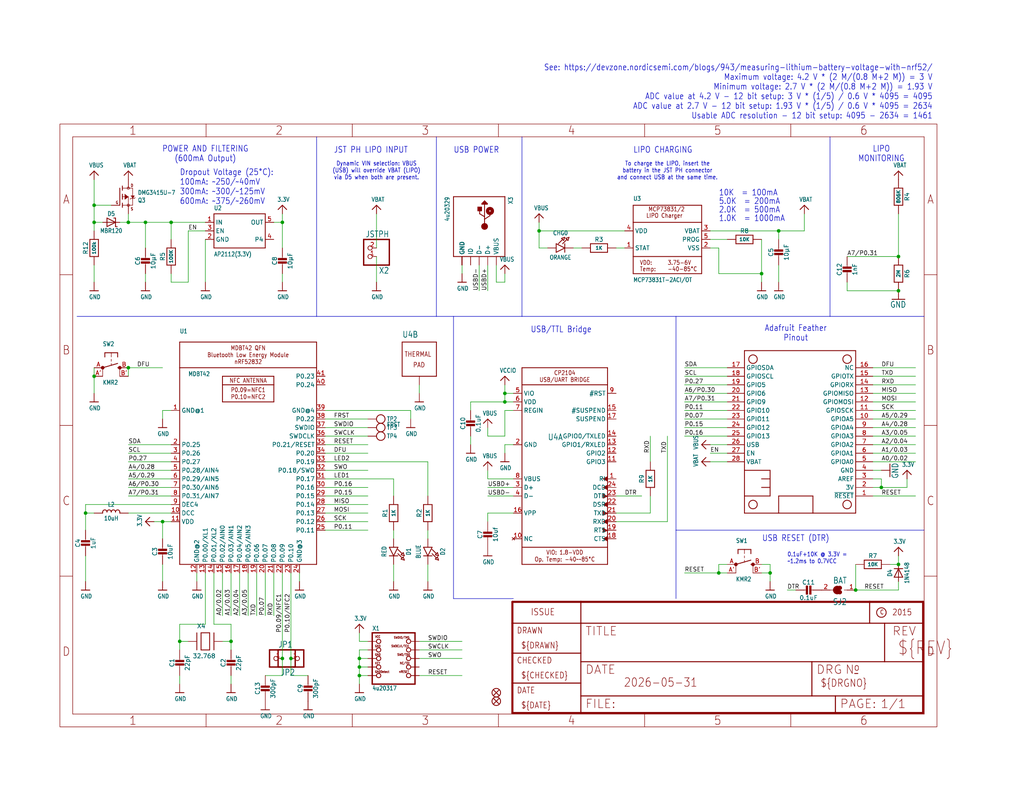
<source format=kicad_sch>
(kicad_sch (version 20230121) (generator eeschema)
  (paper "User" 303.962 235.179)
  (junction (at 226.06 81.28))
  (junction (at 83.82 195.58))
  (junction (at 48.26 154.94))
  (junction (at 106.68 198.12))
  (junction (at 83.82 66.04))
  (junction (at 68.58 190.5))
  (junction (at 160.02 68.58))
  (junction (at 50.8 66.04))
  (junction (at 53.34 190.5))
  (junction (at 266.7 167.64))
  (junction (at 228.6 170.18))
  (junction (at 38.1 66.04))
  (junction (at 25.4 152.4))
  (junction (at 38.1 109.22))
  (junction (at 27.94 66.04))
  (junction (at 106.68 200.66))
  (junction (at 231.14 68.58))
  (junction (at 254 175.26))
  (junction (at 213.36 170.18))
  (junction (at 27.94 60.96))
  (junction (at 266.7 76.2))
  (junction (at 261.62 144.78))
  (junction (at 86.36 195.58))
  (junction (at 149.86 119.38))
  (junction (at 266.7 86.36))
  (junction (at 106.68 195.58))
  (junction (at 43.18 66.04))
  (junction (at 149.86 116.84))
  (junction (at 27.94 111.76))
  (wire (pts (xy 261.62 142.24) (xy 261.62 144.78)) (stroke (width 0.1524)))
  (wire (pts (xy 73.66 170.18) (xy 73.66 182.88)) (stroke (width 0.1524)))
  (wire (pts (xy 55.88 190.5) (xy 53.34 190.5)) (stroke (width 0.1524)))
  (wire (pts (xy 50.8 149.86) (xy 25.4 149.86)) (stroke (width 0.1524)))
  (wire (pts (xy 144.78 152.4) (xy 144.78 154.94)) (stroke (width 0.1524)))
  (polyline (pts (xy 246.38 93.98) (xy 274.32 93.98)) (stroke (width 0.1524) (type solid)))
  (polyline (pts (xy 93.98 93.98) (xy 129.54 93.98)) (stroke (width 0.1524) (type solid)))
  (wire (pts (xy 147.32 78.74) (xy 147.32 83.82)) (stroke (width 0.1524)))
  (wire (pts (xy 231.14 68.58) (xy 210.82 68.58)) (stroke (width 0.1524)))
  (wire (pts (xy 55.88 83.82) (xy 50.8 83.82)) (stroke (width 0.1524)))
  (wire (pts (xy 27.94 109.22) (xy 27.94 111.76)) (stroke (width 0.1524)))
  (polyline (pts (xy 134.62 177.8) (xy 152.4 177.8)) (stroke (width 0.1524) (type solid)))
  (wire (pts (xy 215.9 137.16) (xy 210.82 137.16)) (stroke (width 0.1524)))
  (wire (pts (xy 25.4 165.1) (xy 25.4 172.72)) (stroke (width 0.1524)))
  (wire (pts (xy 124.46 114.3) (xy 124.46 116.84)) (stroke (width 0.1524)))
  (wire (pts (xy 226.06 170.18) (xy 228.6 170.18)) (stroke (width 0.1524)))
  (wire (pts (xy 259.08 114.3) (xy 271.78 114.3)) (stroke (width 0.1524)))
  (wire (pts (xy 149.86 114.3) (xy 149.86 116.84)) (stroke (width 0.1524)))
  (wire (pts (xy 71.12 170.18) (xy 71.12 182.88)) (stroke (width 0.1524)))
  (wire (pts (xy 139.7 119.38) (xy 149.86 119.38)) (stroke (width 0.1524)))
  (wire (pts (xy 193.04 152.4) (xy 193.04 147.32)) (stroke (width 0.1524)))
  (wire (pts (xy 106.68 200.66) (xy 106.68 203.2)) (stroke (width 0.1524)))
  (wire (pts (xy 152.4 119.38) (xy 149.86 119.38)) (stroke (width 0.1524)))
  (wire (pts (xy 96.52 132.08) (xy 109.22 132.08)) (stroke (width 0.1524)))
  (wire (pts (xy 259.08 119.38) (xy 271.78 119.38)) (stroke (width 0.1524)))
  (wire (pts (xy 259.08 142.24) (xy 261.62 142.24)) (stroke (width 0.1524)))
  (wire (pts (xy 127 167.64) (xy 127 172.72)) (stroke (width 0.1524)))
  (wire (pts (xy 231.14 71.12) (xy 231.14 68.58)) (stroke (width 0.1524)))
  (wire (pts (xy 68.58 185.42) (xy 68.58 190.5)) (stroke (width 0.1524)))
  (wire (pts (xy 238.76 63.5) (xy 238.76 68.58)) (stroke (width 0.1524)))
  (wire (pts (xy 266.7 86.36) (xy 251.46 86.36)) (stroke (width 0.1524)))
  (wire (pts (xy 60.96 66.04) (xy 50.8 66.04)) (stroke (width 0.1524)))
  (wire (pts (xy 142.24 86.36) (xy 142.24 78.74)) (stroke (width 0.1524)))
  (wire (pts (xy 226.06 81.28) (xy 226.06 83.82)) (stroke (width 0.1524)))
  (polyline (pts (xy 134.62 93.98) (xy 154.94 93.98)) (stroke (width 0.1524) (type solid)))
  (wire (pts (xy 266.7 175.26) (xy 266.7 172.72)) (stroke (width 0.1524)))
  (wire (pts (xy 259.08 116.84) (xy 271.78 116.84)) (stroke (width 0.1524)))
  (polyline (pts (xy 200.66 157.48) (xy 200.66 93.98)) (stroke (width 0.1524) (type solid)))
  (wire (pts (xy 137.16 78.74) (xy 137.16 81.28)) (stroke (width 0.1524)))
  (wire (pts (xy 50.8 147.32) (xy 38.1 147.32)) (stroke (width 0.1524)))
  (wire (pts (xy 226.06 167.64) (xy 228.6 167.64)) (stroke (width 0.1524)))
  (wire (pts (xy 213.36 81.28) (xy 226.06 81.28)) (stroke (width 0.1524)))
  (wire (pts (xy 271.78 127) (xy 259.08 127)) (stroke (width 0.1524)))
  (wire (pts (xy 203.2 124.46) (xy 215.9 124.46)) (stroke (width 0.1524)))
  (wire (pts (xy 137.16 200.66) (xy 124.46 200.66)) (stroke (width 0.1524)))
  (wire (pts (xy 254 175.26) (xy 266.7 175.26)) (stroke (width 0.1524)))
  (wire (pts (xy 261.62 139.7) (xy 259.08 139.7)) (stroke (width 0.1524)))
  (wire (pts (xy 43.18 73.66) (xy 43.18 66.04)) (stroke (width 0.1524)))
  (wire (pts (xy 198.12 129.54) (xy 198.12 154.94)) (stroke (width 0.1524)))
  (wire (pts (xy 147.32 83.82) (xy 149.86 83.82)) (stroke (width 0.1524)))
  (wire (pts (xy 127 157.48) (xy 127 160.02)) (stroke (width 0.1524)))
  (wire (pts (xy 231.14 78.74) (xy 231.14 83.82)) (stroke (width 0.1524)))
  (wire (pts (xy 50.8 154.94) (xy 48.26 154.94)) (stroke (width 0.1524)))
  (wire (pts (xy 259.08 109.22) (xy 271.78 109.22)) (stroke (width 0.1524)))
  (wire (pts (xy 96.52 134.62) (xy 109.22 134.62)) (stroke (width 0.1524)))
  (wire (pts (xy 233.68 175.26) (xy 236.22 175.26)) (stroke (width 0.1524)))
  (wire (pts (xy 259.08 134.62) (xy 271.78 134.62)) (stroke (width 0.1524)))
  (polyline (pts (xy 154.94 93.98) (xy 200.66 93.98)) (stroke (width 0.1524) (type solid)))
  (wire (pts (xy 106.68 193.04) (xy 106.68 195.58)) (stroke (width 0.1524)))
  (wire (pts (xy 50.8 139.7) (xy 38.1 139.7)) (stroke (width 0.1524)))
  (wire (pts (xy 144.78 144.78) (xy 152.4 144.78)) (stroke (width 0.1524)))
  (wire (pts (xy 55.88 68.58) (xy 55.88 83.82)) (stroke (width 0.1524)))
  (wire (pts (xy 50.8 71.12) (xy 50.8 66.04)) (stroke (width 0.1524)))
  (wire (pts (xy 27.94 60.96) (xy 27.94 53.34)) (stroke (width 0.1524)))
  (wire (pts (xy 124.46 195.58) (xy 137.16 195.58)) (stroke (width 0.1524)))
  (wire (pts (xy 96.52 147.32) (xy 109.22 147.32)) (stroke (width 0.1524)))
  (wire (pts (xy 210.82 73.66) (xy 213.36 73.66)) (stroke (width 0.1524)))
  (polyline (pts (xy 200.66 157.48) (xy 274.32 157.48)) (stroke (width 0.1524) (type solid)))
  (wire (pts (xy 96.52 157.48) (xy 109.22 157.48)) (stroke (width 0.1524)))
  (wire (pts (xy 43.18 81.28) (xy 43.18 83.82)) (stroke (width 0.1524)))
  (wire (pts (xy 259.08 111.76) (xy 271.78 111.76)) (stroke (width 0.1524)))
  (wire (pts (xy 144.78 142.24) (xy 152.4 142.24)) (stroke (width 0.1524)))
  (wire (pts (xy 38.1 66.04) (xy 43.18 66.04)) (stroke (width 0.1524)))
  (wire (pts (xy 213.36 73.66) (xy 213.36 81.28)) (stroke (width 0.1524)))
  (wire (pts (xy 78.74 170.18) (xy 78.74 182.88)) (stroke (width 0.1524)))
  (wire (pts (xy 58.42 170.18) (xy 58.42 172.72)) (stroke (width 0.1524)))
  (wire (pts (xy 96.52 142.24) (xy 116.84 142.24)) (stroke (width 0.1524)))
  (wire (pts (xy 48.26 121.92) (xy 48.26 124.46)) (stroke (width 0.1524)))
  (wire (pts (xy 259.08 137.16) (xy 271.78 137.16)) (stroke (width 0.1524)))
  (wire (pts (xy 96.52 154.94) (xy 109.22 154.94)) (stroke (width 0.1524)))
  (wire (pts (xy 96.52 144.78) (xy 109.22 144.78)) (stroke (width 0.1524)))
  (wire (pts (xy 109.22 195.58) (xy 106.68 195.58)) (stroke (width 0.1524)))
  (wire (pts (xy 66.04 190.5) (xy 68.58 190.5)) (stroke (width 0.1524)))
  (wire (pts (xy 48.26 154.94) (xy 48.26 160.02)) (stroke (width 0.1524)))
  (wire (pts (xy 78.74 200.66) (xy 83.82 200.66)) (stroke (width 0.1524)))
  (wire (pts (xy 116.84 167.64) (xy 116.84 172.72)) (stroke (width 0.1524)))
  (polyline (pts (xy 129.54 93.98) (xy 129.54 40.64)) (stroke (width 0.1524) (type solid)))
  (wire (pts (xy 213.36 170.18) (xy 215.9 170.18)) (stroke (width 0.1524)))
  (wire (pts (xy 109.22 190.5) (xy 106.68 190.5)) (stroke (width 0.1524)))
  (wire (pts (xy 50.8 144.78) (xy 38.1 144.78)) (stroke (width 0.1524)))
  (wire (pts (xy 25.4 149.86) (xy 25.4 152.4)) (stroke (width 0.1524)))
  (wire (pts (xy 60.96 71.12) (xy 60.96 83.82)) (stroke (width 0.1524)))
  (wire (pts (xy 86.36 195.58) (xy 86.36 200.66)) (stroke (width 0.1524)))
  (wire (pts (xy 215.9 119.38) (xy 203.2 119.38)) (stroke (width 0.1524)))
  (wire (pts (xy 109.22 198.12) (xy 106.68 198.12)) (stroke (width 0.1524)))
  (wire (pts (xy 259.08 147.32) (xy 271.78 147.32)) (stroke (width 0.1524)))
  (wire (pts (xy 170.18 73.66) (xy 172.72 73.66)) (stroke (width 0.1524)))
  (wire (pts (xy 266.7 63.5) (xy 266.7 76.2)) (stroke (width 0.1524)))
  (wire (pts (xy 149.86 129.54) (xy 149.86 121.92)) (stroke (width 0.1524)))
  (wire (pts (xy 63.5 170.18) (xy 63.5 185.42)) (stroke (width 0.1524)))
  (polyline (pts (xy 246.38 93.98) (xy 246.38 40.64)) (stroke (width 0.1524) (type solid)))
  (wire (pts (xy 215.9 116.84) (xy 203.2 116.84)) (stroke (width 0.1524)))
  (polyline (pts (xy 129.54 93.98) (xy 134.62 93.98)) (stroke (width 0.1524) (type solid)))
  (wire (pts (xy 106.68 195.58) (xy 106.68 198.12)) (stroke (width 0.1524)))
  (wire (pts (xy 38.1 109.22) (xy 38.1 111.76)) (stroke (width 0.1524)))
  (wire (pts (xy 96.52 121.92) (xy 121.92 121.92)) (stroke (width 0.1524)))
  (wire (pts (xy 63.5 185.42) (xy 68.58 185.42)) (stroke (width 0.1524)))
  (wire (pts (xy 144.78 127) (xy 144.78 129.54)) (stroke (width 0.1524)))
  (wire (pts (xy 83.82 66.04) (xy 83.82 63.5)) (stroke (width 0.1524)))
  (wire (pts (xy 66.04 170.18) (xy 66.04 182.88)) (stroke (width 0.1524)))
  (wire (pts (xy 83.82 81.28) (xy 83.82 83.82)) (stroke (width 0.1524)))
  (wire (pts (xy 259.08 144.78) (xy 261.62 144.78)) (stroke (width 0.1524)))
  (wire (pts (xy 139.7 129.54) (xy 139.7 132.08)) (stroke (width 0.1524)))
  (wire (pts (xy 144.78 129.54) (xy 149.86 129.54)) (stroke (width 0.1524)))
  (wire (pts (xy 152.4 132.08) (xy 149.86 132.08)) (stroke (width 0.1524)))
  (wire (pts (xy 27.94 83.82) (xy 27.94 78.74)) (stroke (width 0.1524)))
  (wire (pts (xy 81.28 66.04) (xy 83.82 66.04)) (stroke (width 0.1524)))
  (wire (pts (xy 149.86 83.82) (xy 149.86 81.28)) (stroke (width 0.1524)))
  (wire (pts (xy 38.1 109.22) (xy 48.26 109.22)) (stroke (width 0.1524)))
  (wire (pts (xy 60.96 68.58) (xy 55.88 68.58)) (stroke (width 0.1524)))
  (wire (pts (xy 261.62 144.78) (xy 269.24 144.78)) (stroke (width 0.1524)))
  (wire (pts (xy 53.34 185.42) (xy 53.34 190.5)) (stroke (width 0.1524)))
  (wire (pts (xy 50.8 142.24) (xy 38.1 142.24)) (stroke (width 0.1524)))
  (wire (pts (xy 269.24 144.78) (xy 269.24 142.24)) (stroke (width 0.1524)))
  (wire (pts (xy 50.8 132.08) (xy 38.1 132.08)) (stroke (width 0.1524)))
  (wire (pts (xy 68.58 190.5) (xy 68.58 193.04)) (stroke (width 0.1524)))
  (wire (pts (xy 152.4 116.84) (xy 149.86 116.84)) (stroke (width 0.1524)))
  (wire (pts (xy 27.94 111.76) (xy 27.94 116.84)) (stroke (width 0.1524)))
  (wire (pts (xy 81.28 182.88) (xy 81.28 170.18)) (stroke (width 0.1524)))
  (wire (pts (xy 50.8 134.62) (xy 38.1 134.62)) (stroke (width 0.1524)))
  (wire (pts (xy 160.02 73.66) (xy 160.02 68.58)) (stroke (width 0.1524)))
  (wire (pts (xy 38.1 63.5) (xy 38.1 66.04)) (stroke (width 0.1524)))
  (wire (pts (xy 50.8 137.16) (xy 38.1 137.16)) (stroke (width 0.1524)))
  (wire (pts (xy 86.36 200.66) (xy 91.44 200.66)) (stroke (width 0.1524)))
  (wire (pts (xy 48.26 154.94) (xy 45.72 154.94)) (stroke (width 0.1524)))
  (wire (pts (xy 53.34 200.66) (xy 53.34 203.2)) (stroke (width 0.1524)))
  (wire (pts (xy 106.68 190.5) (xy 106.68 187.96)) (stroke (width 0.1524)))
  (wire (pts (xy 215.9 132.08) (xy 210.82 132.08)) (stroke (width 0.1524)))
  (wire (pts (xy 144.78 147.32) (xy 152.4 147.32)) (stroke (width 0.1524)))
  (wire (pts (xy 160.02 66.04) (xy 160.02 68.58)) (stroke (width 0.1524)))
  (wire (pts (xy 203.2 170.18) (xy 213.36 170.18)) (stroke (width 0.1524)))
  (wire (pts (xy 25.4 152.4) (xy 25.4 157.48)) (stroke (width 0.1524)))
  (wire (pts (xy 124.46 190.5) (xy 137.16 190.5)) (stroke (width 0.1524)))
  (wire (pts (xy 27.94 68.58) (xy 27.94 66.04)) (stroke (width 0.1524)))
  (wire (pts (xy 139.7 119.38) (xy 139.7 121.92)) (stroke (width 0.1524)))
  (wire (pts (xy 76.2 182.88) (xy 76.2 170.18)) (stroke (width 0.1524)))
  (wire (pts (xy 215.9 111.76) (xy 203.2 111.76)) (stroke (width 0.1524)))
  (polyline (pts (xy 93.98 93.98) (xy 93.98 40.64)) (stroke (width 0.1524) (type solid)))
  (wire (pts (xy 109.22 200.66) (xy 106.68 200.66)) (stroke (width 0.1524)))
  (wire (pts (xy 50.8 121.92) (xy 48.26 121.92)) (stroke (width 0.1524)))
  (wire (pts (xy 50.8 83.82) (xy 50.8 81.28)) (stroke (width 0.1524)))
  (wire (pts (xy 109.22 193.04) (xy 106.68 193.04)) (stroke (width 0.1524)))
  (wire (pts (xy 271.78 124.46) (xy 259.08 124.46)) (stroke (width 0.1524)))
  (wire (pts (xy 83.82 73.66) (xy 83.82 66.04)) (stroke (width 0.1524)))
  (wire (pts (xy 231.14 68.58) (xy 238.76 68.58)) (stroke (width 0.1524)))
  (wire (pts (xy 60.96 185.42) (xy 53.34 185.42)) (stroke (width 0.1524)))
  (wire (pts (xy 43.18 66.04) (xy 50.8 66.04)) (stroke (width 0.1524)))
  (wire (pts (xy 27.94 66.04) (xy 27.94 60.96)) (stroke (width 0.1524)))
  (wire (pts (xy 149.86 132.08) (xy 149.86 134.62)) (stroke (width 0.1524)))
  (wire (pts (xy 144.78 142.24) (xy 144.78 139.7)) (stroke (width 0.1524)))
  (polyline (pts (xy 200.66 177.8) (xy 200.66 157.48)) (stroke (width 0.1524) (type solid)))
  (polyline (pts (xy 154.94 93.98) (xy 154.94 40.64)) (stroke (width 0.1524) (type solid)))
  (wire (pts (xy 60.96 170.18) (xy 60.96 185.42)) (stroke (width 0.1524)))
  (wire (pts (xy 127 137.16) (xy 127 147.32)) (stroke (width 0.1524)))
  (wire (pts (xy 228.6 167.64) (xy 228.6 170.18)) (stroke (width 0.1524)))
  (wire (pts (xy 27.94 152.4) (xy 25.4 152.4)) (stroke (width 0.1524)))
  (wire (pts (xy 68.58 200.66) (xy 68.58 203.2)) (stroke (width 0.1524)))
  (wire (pts (xy 111.76 63.5) (xy 111.76 73.66)) (stroke (width 0.1524)))
  (wire (pts (xy 203.2 127) (xy 215.9 127)) (stroke (width 0.1524)))
  (wire (pts (xy 106.68 198.12) (xy 106.68 200.66)) (stroke (width 0.1524)))
  (wire (pts (xy 53.34 190.5) (xy 53.34 193.04)) (stroke (width 0.1524)))
  (wire (pts (xy 30.48 66.04) (xy 27.94 66.04)) (stroke (width 0.1524)))
  (wire (pts (xy 50.8 152.4) (xy 38.1 152.4)) (stroke (width 0.1524)))
  (wire (pts (xy 68.58 170.18) (xy 68.58 182.88)) (stroke (width 0.1524)))
  (wire (pts (xy 259.08 129.54) (xy 271.78 129.54)) (stroke (width 0.1524)))
  (wire (pts (xy 251.46 76.2) (xy 266.7 76.2)) (stroke (width 0.1524)))
  (wire (pts (xy 226.06 71.12) (xy 226.06 81.28)) (stroke (width 0.1524)))
  (wire (pts (xy 215.9 167.64) (xy 213.36 167.64)) (stroke (width 0.1524)))
  (polyline (pts (xy 22.86 93.98) (xy 93.98 93.98)) (stroke (width 0.1524) (type solid)))
  (wire (pts (xy 162.56 73.66) (xy 160.02 73.66)) (stroke (width 0.1524)))
  (wire (pts (xy 121.92 121.92) (xy 121.92 124.46)) (stroke (width 0.1524)))
  (wire (pts (xy 96.52 149.86) (xy 109.22 149.86)) (stroke (width 0.1524)))
  (wire (pts (xy 251.46 86.36) (xy 251.46 83.82)) (stroke (width 0.1524)))
  (wire (pts (xy 111.76 83.82) (xy 111.76 76.2)) (stroke (width 0.1524)))
  (wire (pts (xy 266.7 167.64) (xy 266.7 165.1)) (stroke (width 0.1524)))
  (polyline (pts (xy 200.66 93.98) (xy 246.38 93.98)) (stroke (width 0.1524) (type solid)))
  (wire (pts (xy 35.56 66.04) (xy 38.1 66.04)) (stroke (width 0.1524)))
  (wire (pts (xy 228.6 170.18) (xy 228.6 172.72)) (stroke (width 0.1524)))
  (wire (pts (xy 254 167.64) (xy 254 175.26)) (stroke (width 0.1524)))
  (wire (pts (xy 96.52 127) (xy 109.22 127)) (stroke (width 0.1524)))
  (wire (pts (xy 203.2 129.54) (xy 215.9 129.54)) (stroke (width 0.1524)))
  (wire (pts (xy 152.4 152.4) (xy 144.78 152.4)) (stroke (width 0.1524)))
  (wire (pts (xy 96.52 129.54) (xy 109.22 129.54)) (stroke (width 0.1524)))
  (wire (pts (xy 124.46 193.04) (xy 137.16 193.04)) (stroke (width 0.1524)))
  (wire (pts (xy 96.52 137.16) (xy 127 137.16)) (stroke (width 0.1524)))
  (wire (pts (xy 116.84 142.24) (xy 116.84 147.32)) (stroke (width 0.1524)))
  (wire (pts (xy 193.04 137.16) (xy 193.04 129.54)) (stroke (width 0.1524)))
  (wire (pts (xy 86.36 170.18) (xy 86.36 195.58)) (stroke (width 0.1524)))
  (wire (pts (xy 210.82 71.12) (xy 215.9 71.12)) (stroke (width 0.1524)))
  (wire (pts (xy 160.02 68.58) (xy 185.42 68.58)) (stroke (width 0.1524)))
  (wire (pts (xy 215.9 134.62) (xy 210.82 134.62)) (stroke (width 0.1524)))
  (wire (pts (xy 264.16 167.64) (xy 266.7 167.64)) (stroke (width 0.1524)))
  (wire (pts (xy 116.84 157.48) (xy 116.84 160.02)) (stroke (width 0.1524)))
  (wire (pts (xy 182.88 73.66) (xy 185.42 73.66)) (stroke (width 0.1524)))
  (wire (pts (xy 213.36 167.64) (xy 213.36 170.18)) (stroke (width 0.1524)))
  (wire (pts (xy 182.88 152.4) (xy 193.04 152.4)) (stroke (width 0.1524)))
  (wire (pts (xy 203.2 121.92) (xy 215.9 121.92)) (stroke (width 0.1524)))
  (wire (pts (xy 182.88 147.32) (xy 190.5 147.32)) (stroke (width 0.1524)))
  (wire (pts (xy 88.9 170.18) (xy 88.9 172.72)) (stroke (width 0.1524)))
  (wire (pts (xy 259.08 132.08) (xy 271.78 132.08)) (stroke (width 0.1524)))
  (wire (pts (xy 33.02 60.96) (xy 27.94 60.96)) (stroke (width 0.1524)))
  (wire (pts (xy 96.52 152.4) (xy 109.22 152.4)) (stroke (width 0.1524)))
  (wire (pts (xy 144.78 86.36) (xy 144.78 78.74)) (stroke (width 0.1524)))
  (wire (pts (xy 215.9 114.3) (xy 203.2 114.3)) (stroke (width 0.1524)))
  (wire (pts (xy 83.82 200.66) (xy 83.82 195.58)) (stroke (width 0.1524)))
  (wire (pts (xy 182.88 154.94) (xy 198.12 154.94)) (stroke (width 0.1524)))
  (wire (pts (xy 83.82 170.18) (xy 83.82 195.58)) (stroke (width 0.1524)))
  (wire (pts (xy 96.52 124.46) (xy 109.22 124.46)) (stroke (width 0.1524)))
  (wire (pts (xy 215.9 109.22) (xy 203.2 109.22)) (stroke (width 0.1524)))
  (wire (pts (xy 48.26 167.64) (xy 48.26 172.72)) (stroke (width 0.1524)))
  (polyline (pts (xy 134.62 177.8) (xy 134.62 93.98)) (stroke (width 0.1524) (type solid)))
  (wire (pts (xy 149.86 121.92) (xy 152.4 121.92)) (stroke (width 0.1524)))
  (wire (pts (xy 259.08 121.92) (xy 271.78 121.92)) (stroke (width 0.1524)))
  (wire (pts (xy 149.86 116.84) (xy 149.86 119.38)) (stroke (width 0.1524)))
  (wire (pts (xy 96.52 139.7) (xy 109.22 139.7)) (stroke (width 0.1524)))
  (text "Adafruit Feather\nPinout" (at 236.22 99.06 0) (effects (font (size 1.778 1.5113))))
  (text "Dropout Voltage (25°C):\n100mA: ~250/~40mV\n300mA: ~300/~125mV\n600mA: ~375/~260mV" (at 53.34 60.96 0) (effects (font (size 1.778 1.5113)) (justify left bottom)))
  (text "USB RESET (DTR)" (at 236.22 160.02 0) (effects (font (size 1.778 1.5113))))
  (text "1.0K  = 1000mA" (at 213.36 66.04 0) (effects (font (size 1.778 1.5113)) (justify left bottom)))
  (text "USB POWER" (at 134.62 45.72 0) (effects (font (size 1.778 1.5113)) (justify left bottom)))
  (text "10K  = 100mA" (at 213.36 58.42 0) (effects (font (size 1.778 1.5113)) (justify left bottom)))
  (text "Dynamic VIN selection: VBUS\n(USB) will override VBAT (LIPO)\nvia D5 when both are present." (at 111.76 50.8 0) (effects (font (size 1.27 1.0795))))
  (text "To charge the LIPO, insert the\nbattery in the JST PH connector\nand connect USB at the same time." (at 198.12 50.8 0) (effects (font (size 1.27 1.0795))))
  (text "5.0K  = 200mA" (at 213.36 60.96 0) (effects (font (size 1.778 1.5113)) (justify left bottom)))
  (text "LIPO CHARGING" (at 187.96 45.72 0) (effects (font (size 1.778 1.5113)) (justify left bottom)))
  (text "LIPO\nMONITORING" (at 261.62 48.26 0) (effects (font (size 1.778 1.5113)) (justify bottom)))
  (text "See: https://devzone.nordicsemi.com/blogs/943/measuring-lithium-battery-voltage-with-nrf52/\nMaximum voltage: 4.2 V * (2 M/(0.8 M+2 M)) = 3 V\nMinimum voltage: 2.7 V * (2 M/(0.8 M+2 M)) = 1.93 V\nADC value at 4.2 V - 12 bit setup: 3 V * (1/5) / 0.6 V * 4095 = 4095\nADC value at 2.7 V - 12 bit setup: 1.93 V * (1/5) / 0.6 V * 4095 = 2634\nUsable ADC resolution - 12 bit setup: 4095 - 2634 = 1461" (at 276.86 35.56 0) (effects (font (size 1.778 1.5113)) (justify right bottom)))
  (text "JST PH LIPO INPUT" (at 99.06 45.72 0) (effects (font (size 1.778 1.5113)) (justify left bottom)))
  (text "0.1uF+10K @ 3.3V =\n~1.2ms to 0.7VCC" (at 233.68 167.64 0) (effects (font (size 1.27 1.0795)) (justify left bottom)))
  (text "POWER AND FILTERING\n(600mA Output)" (at 60.96 48.26 0) (effects (font (size 1.778 1.5113)) (justify bottom)))
  (text "USB/TTL Bridge" (at 157.48 99.06 0) (effects (font (size 1.778 1.5113)) (justify left bottom)))
  (text "2.0K  = 500mA" (at 213.36 63.5 0) (effects (font (size 1.778 1.5113)) (justify left bottom)))
  (label "A5/0.29" (at 261.62 124.46 0) (effects (font (size 1.2446 1.2446))))
  (label "A4/0.28" (at 261.62 127 0) (effects (font (size 1.2446 1.2446))))
  (label "MOSI" (at 99.06 152.4 0) (effects (font (size 1.2446 1.2446))))
  (label "SCL" (at 203.2 111.76 0) (effects (font (size 1.2446 1.2446))))
  (label "DFU" (at 99.06 134.62 0) (effects (font (size 1.2446 1.2446))))
  (label "A3/0.05" (at 73.66 182.88 90) (effects (font (size 1.2446 1.2446))))
  (label "P0.27" (at 38.1 137.16 0) (effects (font (size 1.2446 1.2446))))
  (label "A0/0.02" (at 66.04 182.88 90) (effects (font (size 1.2446 1.2446))))
  (label "USBD-" (at 144.78 147.32 0) (effects (font (size 1.2446 1.2446))))
  (label "SWCLK" (at 99.06 129.54 0) (effects (font (size 1.2446 1.2446))))
  (label "DTR" (at 185.42 147.32 0) (effects (font (size 1.2446 1.2446))))
  (label "LED1" (at 99.06 142.24 0) (effects (font (size 1.2446 1.2446))))
  (label "TXD" (at 76.2 182.88 90) (effects (font (size 1.2446 1.2446))))
  (label "P0.07" (at 203.2 124.46 0) (effects (font (size 1.2446 1.2446))))
  (label "A1/0.03" (at 68.58 182.88 90) (effects (font (size 1.2446 1.2446))))
  (label "SWO" (at 99.06 139.7 0) (effects (font (size 1.2446 1.2446))))
  (label "P0.27" (at 203.2 114.3 0) (effects (font (size 1.2446 1.2446))))
  (label "SCK" (at 261.62 121.92 0) (effects (font (size 1.2446 1.2446))))
  (label "A2/0.04" (at 261.62 132.08 0) (effects (font (size 1.2446 1.2446))))
  (label "FRST" (at 99.06 124.46 0) (effects (font (size 1.2446 1.2446))))
  (label "RESET" (at 203.2 170.18 0) (effects (font (size 1.2446 1.2446))))
  (label "A6/P0.30" (at 203.2 116.84 0) (effects (font (size 1.2446 1.2446))))
  (label "P0.16" (at 203.2 129.54 0) (effects (font (size 1.2446 1.2446))))
  (label "RESET" (at 127 200.66 0) (effects (font (size 1.2446 1.2446))))
  (label "P0.16" (at 99.06 144.78 0) (effects (font (size 1.2446 1.2446))))
  (label "RESET" (at 256.54 175.26 0) (effects (font (size 1.2446 1.2446))))
  (label "SDA" (at 38.1 132.08 0) (effects (font (size 1.2446 1.2446))))
  (label "A4/0.28" (at 38.1 139.7 0) (effects (font (size 1.2446 1.2446))))
  (label "EN" (at 210.82 134.62 0) (effects (font (size 1.2446 1.2446))))
  (label "EN" (at 55.88 68.58 0) (effects (font (size 1.2446 1.2446))))
  (label "MISO" (at 99.06 149.86 0) (effects (font (size 1.2446 1.2446))))
  (label "DTR" (at 233.68 175.26 0) (effects (font (size 1.2446 1.2446))))
  (label "DFU" (at 40.64 109.22 0) (effects (font (size 1.2446 1.2446))))
  (label "SWO" (at 127 195.58 0) (effects (font (size 1.2446 1.2446))))
  (label "USBD-" (at 142.24 86.36 90) (effects (font (size 1.2446 1.2446))))
  (label "MISO" (at 261.62 116.84 0) (effects (font (size 1.2446 1.2446))))
  (label "SCL" (at 38.1 134.62 0) (effects (font (size 1.2446 1.2446))))
  (label "RXD" (at 81.28 182.88 90) (effects (font (size 1.2446 1.2446))))
  (label "SWDIO" (at 99.06 127 0) (effects (font (size 1.2446 1.2446))))
  (label "TXD" (at 261.62 111.76 0) (effects (font (size 1.2446 1.2446))))
  (label "A5/0.29" (at 38.1 142.24 0) (effects (font (size 1.2446 1.2446))))
  (label "SWCLK" (at 127 193.04 0) (effects (font (size 1.2446 1.2446))))
  (label "P0.07" (at 78.74 182.88 90) (effects (font (size 1.2446 1.2446))))
  (label "A7/P0.31" (at 38.1 147.32 0) (effects (font (size 1.2446 1.2446))))
  (label "RESET" (at 99.06 132.08 0) (effects (font (size 1.2446 1.2446))))
  (label "P0.11" (at 99.06 157.48 0) (effects (font (size 1.2446 1.2446))))
  (label "P0.15" (at 203.2 127 0) (effects (font (size 1.2446 1.2446))))
  (label "P0.15" (at 99.06 147.32 0) (effects (font (size 1.2446 1.2446))))
  (label "MOSI" (at 261.62 119.38 0) (effects (font (size 1.2446 1.2446))))
  (label "A0/0.02" (at 261.62 137.16 0) (effects (font (size 1.2446 1.2446))))
  (label "P0.11" (at 203.2 121.92 0) (effects (font (size 1.2446 1.2446))))
  (label "RXD" (at 261.62 114.3 0) (effects (font (size 1.2446 1.2446))))
  (label "A1/0.03" (at 261.62 134.62 0) (effects (font (size 1.2446 1.2446))))
  (label "A2/0.04" (at 71.12 182.88 90) (effects (font (size 1.2446 1.2446))))
  (label "P0.09/NFC1" (at 83.82 187.96 90) (effects (font (size 1.2446 1.2446))))
  (label "A7/P0.31" (at 203.2 119.38 0) (effects (font (size 1.2446 1.2446))))
  (label "P0.10/NFC2" (at 86.36 187.96 90) (effects (font (size 1.2446 1.2446))))
  (label "RXD" (at 193.04 134.62 90) (effects (font (size 1.2446 1.2446))))
  (label "SWDIO" (at 127 190.5 0) (effects (font (size 1.2446 1.2446))))
  (label "DFU" (at 261.62 109.22 0) (effects (font (size 1.2446 1.2446))))
  (label "USBD+" (at 144.78 86.36 90) (effects (font (size 1.2446 1.2446))))
  (label "SCK" (at 99.06 154.94 0) (effects (font (size 1.2446 1.2446))))
  (label "A7/P0.31" (at 251.46 76.2 0) (effects (font (size 1.2446 1.2446))))
  (label "A6/P0.30" (at 38.1 144.78 0) (effects (font (size 1.2446 1.2446))))
  (label "LED2" (at 99.06 137.16 0) (effects (font (size 1.2446 1.2446))))
  (label "USBD+" (at 144.78 144.78 0) (effects (font (size 1.2446 1.2446))))
  (label "TXD" (at 198.12 134.62 90) (effects (font (size 1.2446 1.2446))))
  (label "SDA" (at 203.2 109.22 0) (effects (font (size 1.2446 1.2446))))
  (label "RESET" (at 261.62 147.32 0) (effects (font (size 1.2446 1.2446))))
  (label "A3/0.05" (at 261.62 129.54 0) (effects (font (size 1.2446 1.2446))))
  (symbol (lib_id "working-eagle-import:RESISTOR_0603_NOOUT") (at 127 152.4 90) (unit 1)
    (property "Reference" "R2" (at 124.46 152.4 0))
    (property "Value" "1K" (at 127 152.4 0) (effects (font (size 1.016 1.016) bold)))
    (property "Footprint" "working:0603-NO" (effects hide))
  )
  (symbol (lib_id "working-eagle-import:FRAME_A4") (at 152.4 213.36 0) (unit 2)
    (property "Reference" "#FRAME1" (effects hide))
    (property "Value" "FRAME_A4" (effects hide))
  )
  (symbol (lib_id "working-eagle-import:GND") (at 121.92 127 0) (unit 1)
    (property "Reference" "#U$10" (effects hide))
    (property "Value" "GND" (at 120.396 129.54 0) (effects (font (size 1.27 1.0795)) (justify left bottom)))
  )
  (symbol (lib_id "working-eagle-import:GND") (at 116.84 175.26 0) (unit 1)
    (property "Reference" "#U$7" (effects hide))
    (property "Value" "GND" (at 115.316 177.8 0) (effects (font (size 1.27 1.0795)) (justify left bottom)))
  )
  (symbol (lib_id "working-eagle-import:VBUS") (at 27.94 50.8 0) (unit 1)
    (property "Reference" "#U$42" (effects hide))
    (property "Value" "VBUS" (at 26.416 49.784 0) (effects (font (size 1.27 1.0795)) (justify left bottom)))
  )
  (symbol (lib_id "working-eagle-import:CAP_CERAMIC_0603MP") (at 91.44 205.74 0) (unit 1)
    (property "Reference" "C9" (at 89.15 204.49 90))
    (property "Value" "300pF" (at 93.74 204.49 90))
    (property "Footprint" "working:_0603MP" (effects hide))
  )
  (symbol (lib_id "working-eagle-import:CAP_CERAMIC0603_NO") (at 238.76 175.26 270) (unit 1)
    (property "Reference" "C11" (at 240.01 172.97 90))
    (property "Value" "0.1uF" (at 240.01 177.56 90))
    (property "Footprint" "working:0603-NO" (effects hide))
  )
  (symbol (lib_id "working-eagle-import:RESISTOR_0603_NOOUT") (at 27.94 73.66 90) (unit 1)
    (property "Reference" "R12" (at 25.4 73.66 0))
    (property "Value" "100k" (at 27.94 73.66 0) (effects (font (size 1.016 1.016) bold)))
    (property "Footprint" "working:0603-NO" (effects hide))
  )
  (symbol (lib_id "working-eagle-import:GND") (at 139.7 134.62 0) (unit 1)
    (property "Reference" "#U$24" (effects hide))
    (property "Value" "GND" (at 138.176 137.16 0) (effects (font (size 1.27 1.0795)) (justify left bottom)))
  )
  (symbol (lib_id "working-eagle-import:RESISTOR_0603_NOOUT") (at 266.7 58.42 270) (unit 1)
    (property "Reference" "R4" (at 269.24 58.42 0))
    (property "Value" "806K" (at 266.7 58.42 0) (effects (font (size 1.016 1.016) bold)))
    (property "Footprint" "working:0603-NO" (effects hide))
  )
  (symbol (lib_id "working-eagle-import:GND") (at 231.14 86.36 0) (unit 1)
    (property "Reference" "#U$33" (effects hide))
    (property "Value" "GND" (at 229.616 88.9 0) (effects (font (size 1.27 1.0795)) (justify left bottom)))
  )
  (symbol (lib_id "working-eagle-import:VBAT") (at 111.76 60.96 0) (unit 1)
    (property "Reference" "#U$16" (effects hide))
    (property "Value" "VBAT" (at 110.236 59.944 0) (effects (font (size 1.27 1.0795)) (justify left bottom)))
  )
  (symbol (lib_id "working-eagle-import:RESISTOR_0603_NOOUT") (at 50.8 76.2 90) (unit 1)
    (property "Reference" "R5" (at 48.26 76.2 0))
    (property "Value" "100K" (at 50.8 76.2 0) (effects (font (size 1.016 1.016) bold)))
    (property "Footprint" "working:0603-NO" (effects hide))
  )
  (symbol (lib_id "working-eagle-import:GND") (at 137.16 83.82 0) (unit 1)
    (property "Reference" "#U$19" (effects hide))
    (property "Value" "GND" (at 135.636 86.36 0) (effects (font (size 1.27 1.0795)) (justify left bottom)))
  )
  (symbol (lib_id "working-eagle-import:SOLDERJUMPERCLOSED") (at 248.92 175.26 180) (unit 1)
    (property "Reference" "SJ2" (at 251.46 177.8 0) (effects (font (size 1.778 1.5113)) (justify left bottom)))
    (property "Value" "BAT" (at 251.46 171.45 0) (effects (font (size 1.778 1.5113)) (justify left bottom)))
    (property "Footprint" "working:SOLDERJUMPER_CLOSEDWIRE" (effects hide))
  )
  (symbol (lib_id "working-eagle-import:VBUS") (at 144.78 137.16 0) (unit 1)
    (property "Reference" "#U$31" (effects hide))
    (property "Value" "VBUS" (at 143.256 136.144 0) (effects (font (size 1.27 1.0795)) (justify left bottom)))
  )
  (symbol (lib_id "working-eagle-import:VREG_SOT23-5") (at 71.12 68.58 0) (unit 1)
    (property "Reference" "U2" (at 63.5 62.484 0) (effects (font (size 1.27 1.0795)) (justify left bottom)))
    (property "Value" "AP2112(3.3V)" (at 63.5 76.2 0) (effects (font (size 1.27 1.0795)) (justify left bottom)))
    (property "Footprint" "working:SOT23-5" (effects hide))
  )
  (symbol (lib_id "working-eagle-import:RESISTOR_0603_NOOUT") (at 266.7 81.28 270) (unit 1)
    (property "Reference" "R6" (at 269.24 81.28 0))
    (property "Value" "2M" (at 266.7 81.28 0) (effects (font (size 1.016 1.016) bold)))
    (property "Footprint" "working:0603-NO" (effects hide))
  )
  (symbol (lib_id "working-eagle-import:3.3V") (at 106.68 185.42 0) (unit 1)
    (property "Reference" "#U$13" (effects hide))
    (property "Value" "3.3V" (at 105.156 184.404 0) (effects (font (size 1.27 1.0795)) (justify left bottom)))
  )
  (symbol (lib_id "working-eagle-import:JTAG-CORTEXBOXPOSTS") (at 116.84 195.58 0) (unit 1)
    (property "Reference" "X1" (at 110.49 187.325 0) (effects (font (size 1.27 1.0795)) (justify left bottom)))
    (property "Value" "4u20317" (at 110.49 205.105 0) (effects (font (size 1.27 1.0795)) (justify left bottom)))
    (property "Footprint" "working:2X05_1.27MM_BOX_POSTS" (effects hide))
  )
  (symbol (lib_id "working-eagle-import:VBUS") (at 208.28 132.08 90) (unit 1)
    (property "Reference" "#U$35" (effects hide))
    (property "Value" "VBUS" (at 207.264 133.604 0) (effects (font (size 1.27 1.0795)) (justify left bottom)))
  )
  (symbol (lib_id "working-eagle-import:VBAT") (at 38.1 50.8 0) (unit 1)
    (property "Reference" "#U$43" (effects hide))
    (property "Value" "VBAT" (at 36.576 49.784 0) (effects (font (size 1.27 1.0795)) (justify left bottom)))
  )
  (symbol (lib_id "working-eagle-import:LED0805_NOOUTLINE") (at 116.84 165.1 270) (unit 1)
    (property "Reference" "D1" (at 121.285 163.83 0) (effects (font (size 1.27 1.0795))))
    (property "Value" "RED" (at 114.046 163.83 0) (effects (font (size 1.27 1.0795))))
    (property "Footprint" "working:CHIPLED_0805_NOOUTLINE" (effects hide))
  )
  (symbol (lib_id "working-eagle-import:GND") (at 78.74 210.82 0) (unit 1)
    (property "Reference" "#U$23" (effects hide))
    (property "Value" "GND" (at 77.216 213.36 0) (effects (font (size 1.27 1.0795)) (justify left bottom)))
  )
  (symbol (lib_id "working-eagle-import:CAP_CERAMIC0805-NOOUTLINE") (at 144.78 160.02 0) (unit 1)
    (property "Reference" "C7" (at 142.49 158.77 90))
    (property "Value" "10uf" (at 147.08 158.77 90))
    (property "Footprint" "working:0805-NO" (effects hide))
  )
  (symbol (lib_id "working-eagle-import:MOSFET-P") (at 38.1 58.42 0) (mirror x) (unit 1)
    (property "Reference" "Q3" (at 40.894 58.801 0) (effects (font (size 1.27 1.0795)) (justify left bottom)))
    (property "Value" "DMG3415U-7" (at 40.894 56.515 0) (effects (font (size 1.27 1.0795)) (justify left bottom)))
    (property "Footprint" "working:SOT23-R" (effects hide))
  )
  (symbol (lib_id "working-eagle-import:CAP_CERAMIC0603_NO") (at 53.34 198.12 0) (unit 1)
    (property "Reference" "C1" (at 51.05 196.87 90))
    (property "Value" "22pF" (at 55.64 196.87 90))
    (property "Footprint" "working:0603-NO" (effects hide))
  )
  (symbol (lib_id "working-eagle-import:VBAT") (at 266.7 50.8 0) (unit 1)
    (property "Reference" "#U$14" (effects hide))
    (property "Value" "VBAT" (at 265.176 49.784 0) (effects (font (size 1.27 1.0795)) (justify left bottom)))
  )
  (symbol (lib_id "working-eagle-import:XTAL-3.2X1.5") (at 60.96 190.5 0) (unit 1)
    (property "Reference" "X4" (at 58.42 186.69 0) (effects (justify left bottom)))
    (property "Value" "32.768" (at 57.15 195.58 0) (effects (justify left bottom)))
    (property "Footprint" "working:XTAL3215" (effects hide))
  )
  (symbol (lib_id "working-eagle-import:RESISTOR_0603_NOOUT") (at 220.98 71.12 0) (unit 1)
    (property "Reference" "R8" (at 220.98 68.58 0))
    (property "Value" "10K" (at 220.98 71.12 0) (effects (font (size 1.016 1.016) bold)))
    (property "Footprint" "working:0603-NO" (effects hide))
  )
  (symbol (lib_id "working-eagle-import:TESTPOINT1.5X2.0MM_NOCREAM") (at 109.22 124.46 270) (unit 1)
    (property "Reference" "TP2" (at 114.808 124.46 90) (effects (font (size 1.27 1.0795)) (justify left)))
    (property "Value" "FRST" (at 114.808 126.111 90) (effects (font (size 1.27 1.0795)) (justify left)))
    (property "Footprint" "working:PAD-1.5X2.0" (effects hide))
  )
  (symbol (lib_id "working-eagle-import:VBAT") (at 238.76 60.96 0) (unit 1)
    (property "Reference" "#U$39" (effects hide))
    (property "Value" "VBAT" (at 237.236 59.944 0) (effects (font (size 1.27 1.0795)) (justify left bottom)))
  )
  (symbol (lib_id "working-eagle-import:CAP_CERAMIC0805-NOOUTLINE") (at 83.82 78.74 0) (unit 1)
    (property "Reference" "C8" (at 81.53 77.49 90))
    (property "Value" "10µF" (at 86.12 77.49 90))
    (property "Footprint" "working:0805-NO" (effects hide))
  )
  (symbol (lib_id "working-eagle-import:CAP_CERAMIC0603_NO") (at 25.4 162.56 0) (unit 1)
    (property "Reference" "C4" (at 23.11 161.31 90))
    (property "Value" "1uF" (at 27.7 161.31 90))
    (property "Footprint" "working:0603-NO" (effects hide))
  )
  (symbol (lib_id "working-eagle-import:3.3V") (at 266.7 162.56 0) (unit 1)
    (property "Reference" "#U$40" (effects hide))
    (property "Value" "3.3V" (at 265.176 161.544 0) (effects (font (size 1.27 1.0795)) (justify left bottom)))
  )
  (symbol (lib_id "working-eagle-import:CP2104") (at 167.64 137.16 0) (unit 1)
    (property "Reference" "U4" (at 162.56 130.81 0) (effects (font (size 1.778 1.5113)) (justify left bottom)))
    (property "Value" "CP2104" (effects hide))
    (property "Footprint" "working:QFN24_4MM_SMSC" (effects hide))
  )
  (symbol (lib_id "working-eagle-import:VCCIO") (at 149.86 111.76 0) (unit 1)
    (property "Reference" "#U$26" (effects hide))
    (property "Value" "VCCIO" (at 148.336 110.744 0) (effects (font (size 1.27 1.0795)) (justify left bottom)))
  )
  (symbol (lib_id "working-eagle-import:MCP73831/2") (at 198.12 71.12 0) (unit 1)
    (property "Reference" "U3" (at 187.96 59.69 0) (effects (font (size 1.27 1.0795)) (justify left bottom)))
    (property "Value" "MCP73831T-2ACI/OT" (at 187.96 83.82 0) (effects (font (size 1.27 1.0795)) (justify left bottom)))
    (property "Footprint" "working:SOT23-5" (effects hide))
  )
  (symbol (lib_id "working-eagle-import:CAP_CERAMIC0805-NOOUTLINE") (at 231.14 76.2 0) (unit 1)
    (property "Reference" "C5" (at 228.85 74.95 90))
    (property "Value" "10µF" (at 233.44 74.95 90))
    (property "Footprint" "working:0805-NO" (effects hide))
  )
  (symbol (lib_id "working-eagle-import:VBUS") (at 160.02 63.5 0) (unit 1)
    (property "Reference" "#U$38" (effects hide))
    (property "Value" "VBUS" (at 158.496 62.484 0) (effects (font (size 1.27 1.0795)) (justify left bottom)))
  )
  (symbol (lib_id "working-eagle-import:NRF52832_MODULE_MDBT42") (at 73.66 134.62 0) (unit 1)
    (property "Reference" "U1" (at 53.34 99.06 0) (effects (font (size 1.27 1.0795)) (justify left bottom)))
    (property "Value" "MDBT42" (at 55.88 111.76 0) (effects (font (size 1.27 1.0795)) (justify left bottom)))
    (property "Footprint" "working:BLE_MODULE_RAYTAC_MDBT42" (effects hide))
  )
  (symbol (lib_id "working-eagle-import:USB_MICRO_20329_V2") (at 142.24 68.58 270) (unit 1)
    (property "Reference" "X3" (at 150.876 58.42 0) (effects (font (size 1.27 1.0795)) (justify left bottom)))
    (property "Value" "4u20329" (at 132.08 58.42 0) (effects (font (size 1.27 1.0795)) (justify left bottom)))
    (property "Footprint" "working:4UCONN_20329_V2" (effects hide))
  )
  (symbol (lib_id "working-eagle-import:3.3V") (at 269.24 139.7 0) (unit 1)
    (property "Reference" "#U$32" (effects hide))
    (property "Value" "3.3V" (at 267.716 138.684 0) (effects (font (size 1.27 1.0795)) (justify left bottom)))
  )
  (symbol (lib_id "working-eagle-import:GND") (at 124.46 119.38 0) (unit 1)
    (property "Reference" "#U$25" (effects hide))
    (property "Value" "GND" (at 122.936 121.92 0) (effects (font (size 1.27 1.0795)) (justify left bottom)))
  )
  (symbol (lib_id "working-eagle-import:RESISTOR_0603_NOOUT") (at 193.04 142.24 90) (unit 1)
    (property "Reference" "R9" (at 190.5 142.24 0))
    (property "Value" "1K" (at 193.04 142.24 0) (effects (font (size 1.016 1.016) bold)))
    (property "Footprint" "working:0603-NO" (effects hide))
  )
  (symbol (lib_id "working-eagle-import:VBUS") (at 144.78 124.46 0) (unit 1)
    (property "Reference" "#U$48" (effects hide))
    (property "Value" "VBUS" (at 143.256 123.444 0) (effects (font (size 1.27 1.0795)) (justify left bottom)))
  )
  (symbol (lib_id "working-eagle-import:FIDUCIAL_1MM") (at 147.32 205.74 0) (unit 1)
    (property "Reference" "FID1" (effects hide))
    (property "Value" "FIDUCIAL_1MM" (effects hide))
    (property "Footprint" "working:FIDUCIAL_1MM" (effects hide))
  )
  (symbol (lib_id "working-eagle-import:FRAME_A4") (at 17.78 215.9 0) (unit 1)
    (property "Reference" "#FRAME1" (effects hide))
    (property "Value" "FRAME_A4" (effects hide))
  )
  (symbol (lib_id "working-eagle-import:SWITCH_TACT_SMT4.6X2.8") (at 220.98 167.64 0) (unit 1)
    (property "Reference" "SW1" (at 218.44 161.29 0) (effects (font (size 1.27 1.0795)) (justify left bottom)))
    (property "Value" "KMR2" (at 218.44 172.72 0) (effects (font (size 1.27 1.0795)) (justify left bottom)))
    (property "Footprint" "working:BTN_KMR2_4.6X2.8" (effects hide))
  )
  (symbol (lib_id "working-eagle-import:GND") (at 48.26 127 0) (unit 1)
    (property "Reference" "#U$5" (effects hide))
    (property "Value" "GND" (at 46.736 129.54 0) (effects (font (size 1.27 1.0795)) (justify left bottom)))
  )
  (symbol (lib_id "working-eagle-import:RESISTOR_0603_NOOUT") (at 116.84 152.4 90) (unit 1)
    (property "Reference" "R1" (at 114.3 152.4 0))
    (property "Value" "1K" (at 116.84 152.4 0) (effects (font (size 1.016 1.016) bold)))
    (property "Footprint" "working:0603-NO" (effects hide))
  )
  (symbol (lib_id "working-eagle-import:GND") (at 226.06 86.36 0) (unit 1)
    (property "Reference" "#U$36" (effects hide))
    (property "Value" "GND" (at 224.536 88.9 0) (effects (font (size 1.27 1.0795)) (justify left bottom)))
  )
  (symbol (lib_id "working-eagle-import:CAP_CERAMIC0603_NO") (at 251.46 81.28 0) (unit 1)
    (property "Reference" "C12" (at 249.17 80.03 90))
    (property "Value" "1nF" (at 253.76 80.03 90))
    (property "Footprint" "working:0603-NO" (effects hide))
  )
  (symbol (lib_id "working-eagle-import:GND") (at 144.78 165.1 0) (unit 1)
    (property "Reference" "#U$15" (effects hide))
    (property "Value" "GND" (at 143.256 167.64 0) (effects (font (size 1.27 1.0795)) (justify left bottom)))
  )
  (symbol (lib_id "working-eagle-import:GND") (at 43.18 86.36 0) (unit 1)
    (property "Reference" "#U$27" (effects hide))
    (property "Value" "GND" (at 41.656 88.9 0) (effects (font (size 1.27 1.0795)) (justify left bottom)))
  )
  (symbol (lib_id "working-eagle-import:CP2104") (at 124.46 106.68 0) (unit 2)
    (property "Reference" "U4" (at 119.38 100.33 0) (effects (font (size 1.778 1.5113)) (justify left bottom)))
    (property "Value" "CP2104" (effects hide))
    (property "Footprint" "working:QFN24_4MM_SMSC" (effects hide))
  )
  (symbol (lib_id "working-eagle-import:GND") (at 83.82 86.36 0) (unit 1)
    (property "Reference" "#U$29" (effects hide))
    (property "Value" "GND" (at 82.296 88.9 0) (effects (font (size 1.27 1.0795)) (justify left bottom)))
  )
  (symbol (lib_id "working-eagle-import:GND") (at 106.68 205.74 0) (unit 1)
    (property "Reference" "#U$9" (effects hide))
    (property "Value" "GND" (at 105.156 208.28 0) (effects (font (size 1.27 1.0795)) (justify left bottom)))
  )
  (symbol (lib_id "working-eagle-import:CAP_CERAMIC0805-NOOUTLINE") (at 43.18 78.74 0) (unit 1)
    (property "Reference" "C6" (at 40.89 77.49 90))
    (property "Value" "10µF" (at 45.48 77.49 90))
    (property "Footprint" "working:0805-NO" (effects hide))
  )
  (symbol (lib_id "working-eagle-import:RESISTOR_0603_NOOUT") (at 177.8 73.66 0) (unit 1)
    (property "Reference" "R3" (at 177.8 71.12 0))
    (property "Value" "1K" (at 177.8 73.66 0) (effects (font (size 1.016 1.016) bold)))
    (property "Footprint" "working:0603-NO" (effects hide))
  )
  (symbol (lib_id "working-eagle-import:DIODESOD-323") (at 266.7 170.18 90) (unit 1)
    (property "Reference" "D4" (at 264.16 170.18 0) (effects (font (size 1.27 1.0795))))
    (property "Value" "1N4148" (at 269.2 170.18 0) (effects (font (size 1.27 1.0795))))
    (property "Footprint" "working:SOD-323" (effects hide))
  )
  (symbol (lib_id "working-eagle-import:GND") (at 48.26 175.26 0) (unit 1)
    (property "Reference" "#U$4" (effects hide))
    (property "Value" "GND" (at 46.736 177.8 0) (effects (font (size 1.27 1.0795)) (justify left bottom)))
  )
  (symbol (lib_id "working-eagle-import:3.3V") (at 83.82 60.96 0) (unit 1)
    (property "Reference" "#U$37" (effects hide))
    (property "Value" "3.3V" (at 82.296 59.944 0) (effects (font (size 1.27 1.0795)) (justify left bottom)))
  )
  (symbol (lib_id "working-eagle-import:CAP_CERAMIC0805-NOOUTLINE") (at 48.26 165.1 0) (unit 1)
    (property "Reference" "C3" (at 45.97 163.85 90))
    (property "Value" "10uF" (at 50.56 163.85 90))
    (property "Footprint" "working:0805-NO" (effects hide))
  )
  (symbol (lib_id "working-eagle-import:GND") (at 91.44 210.82 0) (unit 1)
    (property "Reference" "#U$28" (effects hide))
    (property "Value" "GND" (at 89.916 213.36 0) (effects (font (size 1.27 1.0795)) (justify left bottom)))
  )
  (symbol (lib_id "working-eagle-import:LED0805_NOOUTLINE") (at 167.64 73.66 0) (unit 1)
    (property "Reference" "CHG0" (at 166.37 69.215 0) (effects (font (size 1.27 1.0795))))
    (property "Value" "ORANGE" (at 166.37 76.454 0) (effects (font (size 1.27 1.0795))))
    (property "Footprint" "working:CHIPLED_0805_NOOUTLINE" (effects hide))
  )
  (symbol (lib_id "working-eagle-import:HEADER-1X12MM") (at 81.28 195.58 180) (unit 1)
    (property "Reference" "JP2" (at 87.63 198.755 0) (effects (font (size 1.778 1.5113)) (justify left bottom)))
    (property "Value" "HEADER-1X12MM" (effects hide))
    (property "Footprint" "working:1X01_2MM" (effects hide))
  )
  (symbol (lib_id "working-eagle-import:GND") (at 68.58 205.74 0) (unit 1)
    (property "Reference" "#U$2" (effects hide))
    (property "Value" "GND" (at 67.056 208.28 0) (effects (font (size 1.27 1.0795)) (justify left bottom)))
  )
  (symbol (lib_id "working-eagle-import:RESISTOR_0603_NOOUT") (at 259.08 167.64 0) (unit 1)
    (property "Reference" "R7" (at 259.08 165.1 0))
    (property "Value" "10K" (at 259.08 167.64 0) (effects (font (size 1.016 1.016) bold)))
    (property "Footprint" "working:0603-NO" (effects hide))
  )
  (symbol (lib_id "working-eagle-import:GND") (at 27.94 119.38 0) (unit 1)
    (property "Reference" "#U$21" (effects hide))
    (property "Value" "GND" (at 26.416 121.92 0) (effects (font (size 1.27 1.0795)) (justify left bottom)))
  )
  (symbol (lib_id "working-eagle-import:GND") (at 228.6 175.26 0) (unit 1)
    (property "Reference" "#U$41" (effects hide))
    (property "Value" "GND" (at 227.076 177.8 0) (effects (font (size 1.27 1.0795)) (justify left bottom)))
  )
  (symbol (lib_id "working-eagle-import:HEADER-1X12MM") (at 88.9 195.58 0) (unit 1)
    (property "Reference" "JP1" (at 82.55 192.405 0) (effects (font (size 1.778 1.5113)) (justify left bottom)))
    (property "Value" "HEADER-1X12MM" (effects hide))
    (property "Footprint" "working:1X01_2MM" (effects hide))
  )
  (symbol (lib_id "working-eagle-import:supply1_GND") (at 266.7 88.9 0) (unit 1)
    (property "Reference" "#GND13" (effects hide))
    (property "Value" "GND" (at 264.16 91.44 0) (effects (font (size 1.778 1.5113)) (justify left bottom)))
  )
  (symbol (lib_id "working-eagle-import:GND") (at 58.42 175.26 0) (unit 1)
    (property "Reference" "#U$3" (effects hide))
    (property "Value" "GND" (at 56.896 177.8 0) (effects (font (size 1.27 1.0795)) (justify left bottom)))
  )
  (symbol (lib_id "working-eagle-import:CON_JST_PH_2PIN") (at 109.22 73.66 180) (unit 1)
    (property "Reference" "X2" (at 115.57 79.375 0) (effects (font (size 1.778 1.5113)) (justify left bottom)))
    (property "Value" "JSTPH" (at 115.57 68.58 0) (effects (font (size 1.778 1.5113)) (justify left bottom)))
    (property "Footprint" "working:JSTPH2" (effects hide))
  )
  (symbol (lib_id "working-eagle-import:GND") (at 27.94 86.36 0) (unit 1)
    (property "Reference" "#U$44" (effects hide))
    (property "Value" "GND" (at 26.416 88.9 0) (effects (font (size 1.27 1.0795)) (justify left bottom)))
  )
  (symbol (lib_id "working-eagle-import:GND") (at 111.76 86.36 0) (unit 1)
    (property "Reference" "#U$22" (effects hide))
    (property "Value" "GND" (at 110.236 88.9 0) (effects (font (size 1.27 1.0795)) (justify left bottom)))
  )
  (symbol (lib_id "working-eagle-import:FEATHERWING_NODIM") (at 254 152.4 90) (unit 1)
    (property "Reference" "MS1" (effects hide))
    (property "Value" "FEATHERWING_NODIM" (effects hide))
    (property "Footprint" "working:FEATHERWING_NODIM" (effects hide))
  )
  (symbol (lib_id "working-eagle-import:TESTPOINTROUND2MM") (at 109.22 127 270) (unit 1)
    (property "Reference" "TP3" (at 114.808 127 90) (effects (font (size 1.27 1.0795)) (justify left)))
    (property "Value" "TESTPOINTROUND2MM" (effects hide))
    (property "Footprint" "working:TESTPOINT_ROUND_2MM" (effects hide))
  )
  (symbol (lib_id "working-eagle-import:FIDUCIAL_1MM") (at 147.32 208.28 0) (unit 1)
    (property "Reference" "FID3" (effects hide))
    (property "Value" "FIDUCIAL_1MM" (effects hide))
    (property "Footprint" "working:FIDUCIAL_1MM" (effects hide))
  )
  (symbol (lib_id "working-eagle-import:LED0805_NOOUTLINE") (at 127 165.1 270) (unit 1)
    (property "Reference" "D2" (at 131.445 163.83 0) (effects (font (size 1.27 1.0795))))
    (property "Value" "BLUE" (at 124.206 163.83 0) (effects (font (size 1.27 1.0795))))
    (property "Footprint" "working:CHIPLED_0805_NOOUTLINE" (effects hide))
  )
  (symbol (lib_id "working-eagle-import:SWITCH_TACT_SMT4.6X2.8") (at 33.02 109.22 0) (unit 1)
    (property "Reference" "SW2" (at 30.48 102.87 0) (effects (font (size 1.27 1.0795)) (justify left bottom)))
    (property "Value" "KMR2" (at 30.48 114.3 0) (effects (font (size 1.27 1.0795)) (justify left bottom)))
    (property "Footprint" "working:BTN_KMR2_4.6X2.8" (effects hide))
  )
  (symbol (lib_id "working-eagle-import:GND") (at 25.4 175.26 0) (unit 1)
    (property "Reference" "#U$11" (effects hide))
    (property "Value" "GND" (at 23.876 177.8 0) (effects (font (size 1.27 1.0795)) (justify left bottom)))
  )
  (symbol (lib_id "working-eagle-import:GND") (at 127 175.26 0) (unit 1)
    (property "Reference" "#U$8" (effects hide))
    (property "Value" "GND" (at 125.476 177.8 0) (effects (font (size 1.27 1.0795)) (justify left bottom)))
  )
  (symbol (lib_id "working-eagle-import:CAP_CERAMIC0603_NO") (at 68.58 198.12 0) (unit 1)
    (property "Reference" "C2" (at 66.29 196.87 90))
    (property "Value" "22pF" (at 70.88 196.87 90))
    (property "Footprint" "working:0603-NO" (effects hide))
  )
  (symbol (lib_id "working-eagle-import:CAP_CERAMIC0603_NO") (at 139.7 127 0) (unit 1)
    (property "Reference" "C10" (at 137.41 125.75 90))
    (property "Value" "0.1uF" (at 142 125.75 90))
    (property "Footprint" "working:0603-NO" (effects hide))
  )
  (symbol (lib_id "working-eagle-import:TESTPOINTROUND2MM") (at 109.22 129.54 270) (unit 1)
    (property "Reference" "TP4" (at 114.808 129.54 90) (effects (font (size 1.27 1.0795)) (justify left)))
    (property "Value" "TESTPOINTROUND2MM" (effects hide))
    (property "Footprint" "working:TESTPOINT_ROUND_2MM" (effects hide))
  )
  (symbol (lib_id "working-eagle-import:VBUS") (at 149.86 78.74 0) (unit 1)
    (property "Reference" "#U$18" (effects hide))
    (property "Value" "VBUS" (at 148.336 77.724 0) (effects (font (size 1.27 1.0795)) (justify left bottom)))
  )
  (symbol (lib_id "working-eagle-import:GND") (at 53.34 205.74 0) (unit 1)
    (property "Reference" "#U$1" (effects hide))
    (property "Value" "GND" (at 51.816 208.28 0) (effects (font (size 1.27 1.0795)) (justify left bottom)))
  )
  (symbol (lib_id "working-eagle-import:CAP_CERAMIC_0603MP") (at 78.74 205.74 0) (unit 1)
    (property "Reference" "C13" (at 76.45 204.49 90))
    (property "Value" "300pF" (at 81.04 204.49 90))
    (property "Footprint" "working:_0603MP" (effects hide))
  )
  (symbol (lib_id "working-eagle-import:INDUCTOR0805-NO") (at 33.02 152.4 0) (unit 1)
    (property "Reference" "L2" (at 33.02 149.86 0) (effects (font (size 1.27 1.0795))))
    (property "Value" "10uH" (at 33.02 153.94 0) (effects (font (size 1.27 1.0795))))
    (property "Footprint" "working:0805-NO" (effects hide))
  )
  (symbol (lib_id "working-eagle-import:supply1_GND") (at 264.16 139.7 90) (unit 1)
    (property "Reference" "#GND1" (effects hide))
    (property "Value" "GND" (at 266.7 142.24 0) (effects (font (size 1.778 1.5113)) (justify left bottom)))
  )
  (symbol (lib_id "working-eagle-import:VBAT") (at 208.28 137.16 90) (unit 1)
    (property "Reference" "#U$34" (effects hide))
    (property "Value" "VBAT" (at 207.264 138.684 0) (effects (font (size 1.27 1.0795)) (justify left bottom)))
  )
  (symbol (lib_id "working-eagle-import:GND") (at 88.9 175.26 0) (unit 1)
    (property "Reference" "#U$6" (effects hide))
    (property "Value" "GND" (at 87.376 177.8 0) (effects (font (size 1.27 1.0795)) (justify left bottom)))
  )
  (symbol (lib_id "working-eagle-import:3.3V") (at 43.18 154.94 90) (unit 1)
    (property "Reference" "#U$12" (effects hide))
    (property "Value" "3.3V" (at 42.164 156.464 0) (effects (font (size 1.27 1.0795)) (justify left bottom)))
  )
  (symbol (lib_id "working-eagle-import:DIODE-SCHOTTKYSOD-123") (at 33.02 66.04 0) (unit 1)
    (property "Reference" "D5" (at 33.02 63.5 0) (effects (font (size 1.27 1.0795))))
    (property "Value" "MBR120" (at 33.02 68.54 0) (effects (font (size 1.27 1.0795))))
    (property "Footprint" "working:SOD-123" (effects hide))
  )
  (symbol (lib_id "working-eagle-import:GND") (at 60.96 86.36 0) (unit 1)
    (property "Reference" "#U$30" (effects hide))
    (property "Value" "GND" (at 59.436 88.9 0) (effects (font (size 1.27 1.0795)) (justify left bottom)))
  )
  (symbol (lib_id "working-eagle-import:GND") (at 149.86 137.16 0) (unit 1)
    (property "Reference" "#U$20" (effects hide))
    (property "Value" "GND" (at 148.336 139.7 0) (effects (font (size 1.27 1.0795)) (justify left bottom)))
  )
)
</source>
